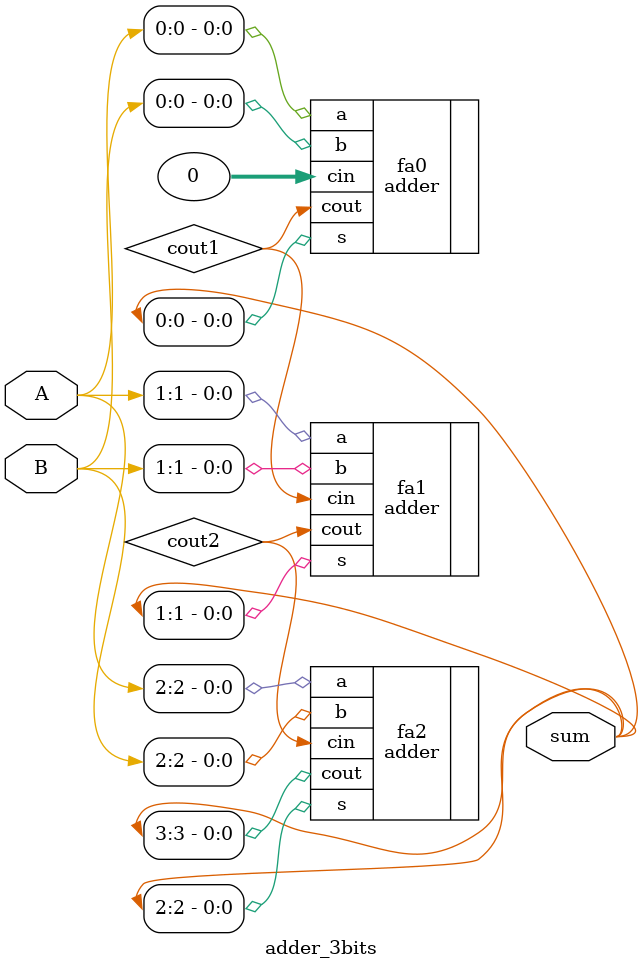
<source format=v>
module adder_3bits(
	input [2:0] A,B,
	output [3:0] sum
);

	wire cout1, cout2;  	//señal auxiliar (interna)

	
	adder fa0(
		.a(A[0]),
		.b(B[0]),
		.cin(0),
		.s(sum[0]),
		.cout(cout1)
	);
	
	adder fa1(
		.a(A[1]),
		.b(B[1]),
		.cin(cout1),
		.s(sum[1]),
		.cout(cout2)
	);
	adder fa2(
		.a(A[2]),
		.b(B[2]),
		.cin(cout2),
		.s(sum[2]),
		.cout(sum[3])
	);
endmodule
</source>
